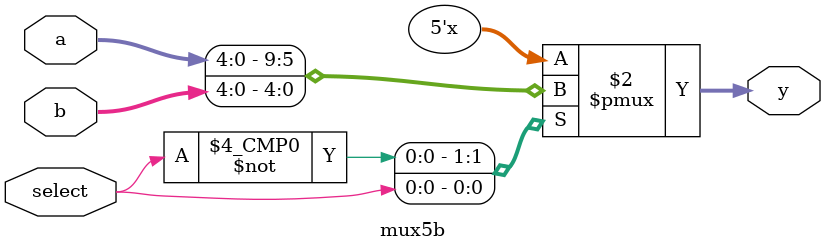
<source format=v>
`timescale 1ns / 1ps

module mux5b(select,a,b,y);
input select;
input[4:0] a,b;
output reg [4:0] y;
always@(select,a,b) begin
 
case(select)
	1'b0:y=a;
	1'b1:y=b;
	endcase
end
endmodule


</source>
